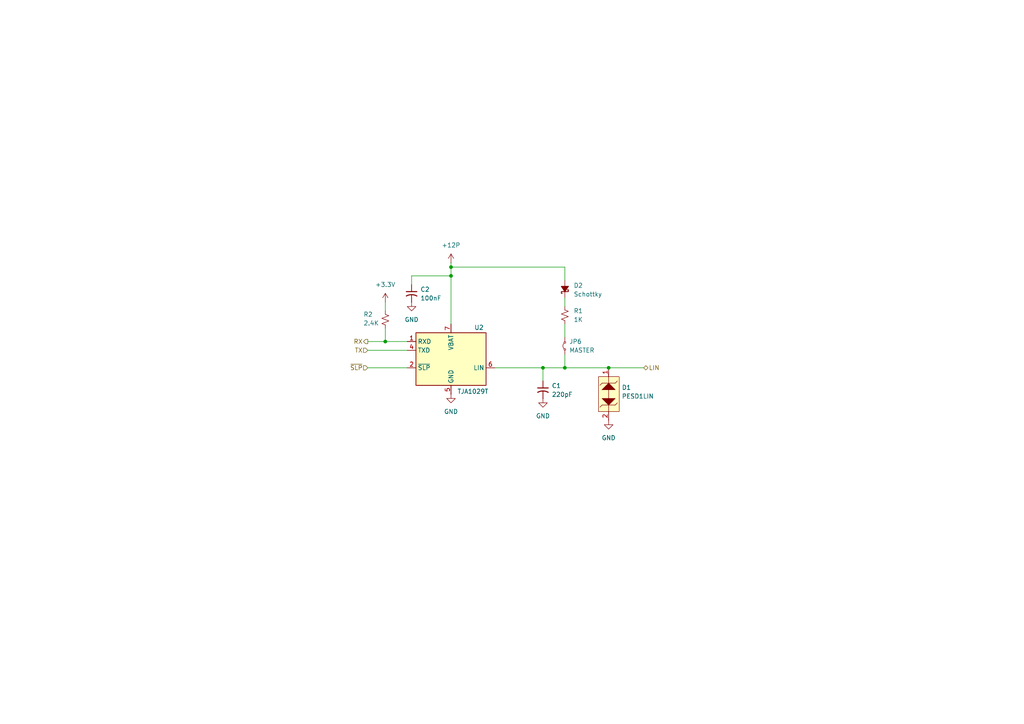
<source format=kicad_sch>
(kicad_sch (version 20250114) (generator "eeschema") (generator_version "9.0")
  (paper "A4")
  (title_block (title "LINBoard") (date "2025-07-11") (rev "V1") (company "Dingo Electronics") (comment 1 "Cory Grant"))
  (lib_symbols
    (symbol "Device:C_Small_US" (pin_numbers (hide yes)) (pin_names (offset 0.254) (hide yes))
      (property "Reference" "C" (at 0.254 1.778 0))
      (property "Value" "C_Small_US" (at 0.254 -2.032 0))
      (symbol "C_Small_US_0_1"
        (polyline (pts (xy -1.524 0.508) (xy 1.524 0.508)) (stroke (width 0.3048)))
        (arc (start -1.524 -0.762) (mid 0 -0.3734) (end 1.524 -0.762) (stroke (width 0.3048)))
      )
      (symbol "C_Small_US_1_1"
        (pin passive line (at 0 2.54 270) (length 2.032) (name "~") (number "1"))
        (pin passive line (at 0 -2.54 90) (length 2.032) (name "~") (number "2"))
      )
    )
    (symbol "Device:D_Schottky_Small_Filled" (pin_numbers (hide yes)) (pin_names (offset 0.254) (hide yes))
      (property "Reference" "D" (at -1.27 2.032 0))
      (property "Value" "D_Schottky_Small_Filled" (at -7.112 -2.032 0))
      (symbol "D_Schottky_Small_Filled_0_1"
        (polyline (pts (xy -1.27 0.762) (xy -1.27 1.016) (xy -0.762 1.016) (xy -0.762 -1.016) (xy -0.254 -1.016) (xy -0.254 -0.762)) (stroke (width 0.254)))
        (polyline (pts (xy -0.762 0) (xy 0.762 0)))
        (polyline (pts (xy 0.762 -1.016) (xy -0.762 0) (xy 0.762 1.016) (xy 0.762 -1.016)) (stroke (width 0.254)) (fill (type outline)))
      )
      (symbol "D_Schottky_Small_Filled_1_1"
        (pin passive line (at -2.54 0 0) (length 1.778) (name "K") (number "1"))
        (pin passive line (at 2.54 0 180) (length 1.778) (name "A") (number "2"))
      )
    )
    (symbol "Device:R_Small_US" (pin_numbers (hide yes)) (pin_names (offset 0.254) (hide yes))
      (property "Reference" "R" (at 0.762 0.508 0))
      (property "Value" "R_Small_US" (at 0.762 -1.016 0))
      (symbol "R_Small_US_1_1"
        (polyline (pts (xy 0 1.524) (xy 1.016 1.143) (xy 0 0.762) (xy -1.016 0.381) (xy 0 0)))
        (polyline (pts (xy 0 0) (xy 1.016 -0.381) (xy 0 -0.762) (xy -1.016 -1.143) (xy 0 -1.524)))
        (pin passive line (at 0 2.54 270) (length 1.016) (name "~") (number "1"))
        (pin passive line (at 0 -2.54 90) (length 1.016) (name "~") (number "2"))
      )
    )
    (symbol "Interface_CAN_LIN:TJA1029T"
      (property "Reference" "U" (at -10.16 8.89 0))
      (property "Value" "TJA1029T" (at 1.27 8.89 0))
      (symbol "TJA1029T_0_1"
        (rectangle (start -10.16 7.62) (end 10.16 -7.62) (stroke (width 0.254)) (fill (type background)))
      )
      (symbol "TJA1029T_1_1"
        (pin open_collector line (at -12.7 5.08 0) (length 2.54) (name "RXD") (number "1"))
        (pin input line (at -12.7 2.54 0) (length 2.54) (name "TXD") (number "4"))
        (pin input line (at -12.7 -2.54 0) (length 2.54) (name "~{SLP}") (number "2"))
        (pin no_connect line (at -10.16 -5.08 0) (length 2.54) (hide yes) (name "NC") (number "3"))
        (pin power_in line (at 0 10.16 270) (length 2.54) (name "VBAT") (number "7"))
        (pin power_in line (at 0 -10.16 90) (length 2.54) (name "GND") (number "5"))
        (pin no_connect line (at 10.16 2.54 180) (length 2.54) (hide yes) (name "NC") (number "8"))
        (pin bidirectional line (at 12.7 -2.54 180) (length 2.54) (name "LIN") (number "6"))
      )
    )
    (symbol "Jumper:Jumper_2_Small_Bridged" (pin_numbers (hide yes)) (pin_names (offset 0) (hide yes))
      (property "Reference" "JP" (at 0 2.032 0))
      (property "Value" "Jumper_2_Small_Bridged" (at 0 -2.286 0))
      (symbol "Jumper_2_Small_Bridged_0_0"
        (circle (center -1.016 0) (radius 0.254))
        (circle (center 1.016 0) (radius 0.254))
      )
      (symbol "Jumper_2_Small_Bridged_0_1"
        (arc (start -0.762 0.254) (mid 0 0.5696) (end 0.762 0.254))
      )
      (symbol "Jumper_2_Small_Bridged_1_1"
        (pin passive line (at -2.54 0 0) (length 1.27) (name "A") (number "1"))
        (pin passive line (at 2.54 0 180) (length 1.27) (name "B") (number "2"))
      )
    )
    (symbol "dk_TVS-Diodes:PESD1LIN"
      (property "Reference" "D" (at -3.556 4.572 0))
      (symbol "PESD1LIN_0_1"
        (rectangle (start -5.0292 3.048) (end 5.08 -2.9464) (fill (type background)))
        (polyline (pts (xy -3.175 1.905) (xy -3.81 2.54)))
        (polyline (pts (xy -3.175 1.905) (xy -3.175 -1.905)))
        (polyline (pts (xy -3.175 0) (xy -6.35 0)))
        (polyline (pts (xy -3.175 -1.905) (xy -2.54 -2.54)))
        (polyline (pts (xy -1.27 -1.905) (xy -1.27 1.905) (xy -3.175 0) (xy -1.27 -1.905)) (fill (type outline)))
        (polyline (pts (xy 1.27 1.905) (xy 1.27 -1.905) (xy 3.175 0) (xy 1.27 1.905)) (fill (type outline)))
        (polyline (pts (xy 2.54 0) (xy -2.54 0)))
        (polyline (pts (xy 2.54 0) (xy 5.08 0)))
        (polyline (pts (xy 3.175 1.905) (xy 2.54 2.54)))
        (polyline (pts (xy 3.175 1.905) (xy 3.175 -1.905)))
        (polyline (pts (xy 3.175 -1.905) (xy 3.81 -2.54)))
      )
      (symbol "PESD1LIN_1_1"
        (pin passive line (at -7.62 0 0) (length 2.54) (name "~") (number "1"))
        (pin passive line (at 7.62 0 180) (length 2.54) (name "~") (number "2"))
      )
    )
    (symbol "power:+12P" (power) (pin_numbers (hide yes)) (pin_names (offset 0) (hide yes))
      (property "Value" "+12P" (at 0 3.556 0))
      (symbol "+12P_0_1"
        (polyline (pts (xy -0.762 1.27) (xy 0 2.54)))
        (polyline (pts (xy 0 2.54) (xy 0.762 1.27)))
        (polyline (pts (xy 0 0) (xy 0 2.54)))
      )
      (symbol "+12P_1_1"
        (pin power_in line (at 0 0 90) (length 0) (name "~") (number "1"))
      )
    )
    (symbol "power:+3.3V" (power) (pin_numbers (hide yes)) (pin_names (offset 0) (hide yes))
      (property "Value" "+3.3V" (at 0 3.556 0))
      (symbol "+3.3V_0_1"
        (polyline (pts (xy -0.762 1.27) (xy 0 2.54)))
        (polyline (pts (xy 0 2.54) (xy 0.762 1.27)))
        (polyline (pts (xy 0 0) (xy 0 2.54)))
      )
      (symbol "+3.3V_1_1"
        (pin power_in line (at 0 0 90) (length 0) (name "~") (number "1"))
      )
    )
    (symbol "power:GND" (power) (pin_numbers (hide yes)) (pin_names (offset 0) (hide yes))
      (property "Value" "GND" (at 0 -3.81 0))
      (symbol "GND_0_1"
        (polyline (pts (xy 0 0) (xy 0 -1.27) (xy 1.27 -1.27) (xy 0 -2.54) (xy -1.27 -1.27) (xy 0 -1.27)))
      )
      (symbol "GND_1_1"
        (pin power_in line (at 0 0 270) (length 0) (name "~") (number "1"))
      )
    )
  )
  (junction (at 157.48 106.68))
  (junction (at 130.81 80.01))
  (junction (at 130.81 77.47))
  (junction (at 111.76 99.06))
  (junction (at 163.83 106.68))
  (junction (at 176.53 106.68))
  (wire (pts (xy 163.83 102.87) (xy 163.83 106.68)))
  (wire (pts (xy 130.81 77.47) (xy 130.81 80.01)))
  (wire (pts (xy 163.83 86.36) (xy 163.83 88.9)))
  (wire (pts (xy 106.68 106.68) (xy 118.11 106.68)))
  (wire (pts (xy 176.53 106.68) (xy 186.69 106.68)))
  (wire (pts (xy 119.38 80.01) (xy 130.81 80.01)))
  (wire (pts (xy 119.38 80.01) (xy 119.38 82.55)))
  (wire (pts (xy 163.83 106.68) (xy 176.53 106.68)))
  (wire (pts (xy 130.81 76.2) (xy 130.81 77.47)))
  (wire (pts (xy 130.81 80.01) (xy 130.81 93.98)))
  (wire (pts (xy 106.68 101.6) (xy 118.11 101.6)))
  (wire (pts (xy 157.48 106.68) (xy 157.48 110.49)))
  (wire (pts (xy 111.76 87.63) (xy 111.76 90.17)))
  (wire (pts (xy 163.83 93.98) (xy 163.83 97.79)))
  (wire (pts (xy 111.76 99.06) (xy 118.11 99.06)))
  (wire (pts (xy 111.76 95.25) (xy 111.76 99.06)))
  (wire (pts (xy 106.68 99.06) (xy 111.76 99.06)))
  (wire (pts (xy 143.51 106.68) (xy 157.48 106.68)))
  (wire (pts (xy 163.83 77.47) (xy 130.81 77.47)))
  (wire (pts (xy 163.83 81.28) (xy 163.83 77.47)))
  (wire (pts (xy 157.48 106.68) (xy 163.83 106.68)))
  (hierarchical_label "LIN" (shape bidirectional) (at 186.69 106.68 0))
  (hierarchical_label "TX" (shape input) (at 106.68 101.6 180))
  (hierarchical_label "RX" (shape output) (at 106.68 99.06 180))
  (hierarchical_label "~{SLP}" (shape input) (at 106.68 106.68 180))
  (symbol (lib_id "Jumper:Jumper_2_Small_Bridged") (at 163.83 100.33 90) (unit 1)
    (property "Reference" "JP6" (at 165.1 99.0599 90) (effects (justify right)))
    (property "Value" "MASTER" (at 165.1 101.5999 90) (effects (justify right)))
    (property "Footprint" "Jumper:SolderJumper-2_P1.3mm_Bridged_RoundedPad1.0x1.5mm" (effects (hide yes)))
    (property "Description" "Jumper, 2-pole, small symbol, bridged" (effects (hide yes)))
  )
  (symbol (lib_id "Interface_CAN_LIN:TJA1029T") (at 130.81 104.14 0) (unit 1)
    (property "Reference" "U2" (at 138.938 94.996 0))
    (property "Value" "TJA1029T" (at 137.16 113.538 0))
    (property "Footprint" "Package_SO:SOIC-8_3.9x4.9mm_P1.27mm" (effects (hide yes)))
    (property "Datasheet" "http://www.nxp.com/docs/en/data-sheet/TJA1029.pdf" (effects (hide yes)))
    (property "Description" "LIN 2.2A/SAE J2602 transceiver with TXD dominant timeout, SOIC-8" (effects (hide yes)))
  )
  (symbol (lib_id "power:+12P") (at 130.81 76.2 0) (unit 1)
    (property "Reference" "#PWR02" (effects (hide yes)))
    (property "Value" "+12P" (at 130.81 71.12 0))
    (property "Description" "Power symbol creates a global label with name \"+12P\"" (effects (hide yes)))
  )
  (symbol (lib_id "Device:R_Small_US") (at 111.76 92.71 0) (unit 1)
    (property "Reference" "R2" (at 105.41 91.186 0) (effects (justify left)))
    (property "Value" "2.4K" (at 105.41 93.726 0) (effects (justify left)))
    (property "Footprint" "Resistor_SMD:R_0402_1005Metric" (effects (hide yes)))
    (property "Description" "Resistor, small US symbol" (effects (hide yes)))
  )
  (symbol (lib_id "Device:C_Small_US") (at 119.38 85.09 0) (unit 1)
    (property "Reference" "C2" (at 121.92 83.9469 0) (effects (justify left)))
    (property "Value" "100nF" (at 121.92 86.4869 0) (effects (justify left)))
    (property "Footprint" "Capacitor_SMD:C_0402_1005Metric" (effects (hide yes)))
    (property "Description" "capacitor, small US symbol" (effects (hide yes)))
  )
  (symbol (lib_id "Device:C_Small_US") (at 157.48 113.03 0) (unit 1)
    (property "Reference" "C1" (at 160.02 111.8869 0) (effects (justify left)))
    (property "Value" "220pF" (at 160.02 114.4269 0) (effects (justify left)))
    (property "Footprint" "Capacitor_SMD:C_0402_1005Metric" (effects (hide yes)))
    (property "Description" "capacitor, small US symbol" (effects (hide yes)))
  )
  (symbol (lib_id "Device:R_Small_US") (at 163.83 91.44 0) (unit 1)
    (property "Reference" "R1" (at 166.37 90.1699 0) (effects (justify left)))
    (property "Value" "1K" (at 166.37 92.7099 0) (effects (justify left)))
    (property "Footprint" "Resistor_SMD:R_0402_1005Metric" (effects (hide yes)))
    (property "Description" "Resistor, small US symbol" (effects (hide yes)))
  )
  (symbol (lib_id "power:+3.3V") (at 111.76 87.63 0) (unit 1)
    (property "Reference" "#PWR06" (effects (hide yes)))
    (property "Value" "+3.3V" (at 111.76 82.55 0))
    (property "Description" "Power symbol creates a global label with name \"+3.3V\"" (effects (hide yes)))
  )
  (symbol (lib_id "dk_TVS-Diodes:PESD1LIN") (at 176.53 114.3 270) (unit 1)
    (property "Reference" "D1" (at 180.34 112.3949 90) (effects (justify left)))
    (property "Value" "PESD1LIN" (at 180.34 114.9349 90) (effects (justify left)))
    (property "Footprint" "Diode_SMD:D_SOD-323" (effects (hide yes)))
  )
  (symbol (lib_id "power:GND") (at 176.53 121.92 0) (unit 1)
    (property "Reference" "#PWR05" (effects (hide yes)))
    (property "Value" "GND" (at 176.53 127 0))
    (property "Description" "Power symbol creates a global label with name \"GND\" , ground" (effects (hide yes)))
  )
  (symbol (lib_id "power:GND") (at 119.38 87.63 0) (unit 1)
    (property "Reference" "#PWR04" (effects (hide yes)))
    (property "Value" "GND" (at 119.38 92.71 0))
    (property "Description" "Power symbol creates a global label with name \"GND\" , ground" (effects (hide yes)))
  )
  (symbol (lib_id "power:GND") (at 157.48 115.57 0) (unit 1)
    (property "Reference" "#PWR03" (effects (hide yes)))
    (property "Value" "GND" (at 157.48 120.65 0))
    (property "Description" "Power symbol creates a global label with name \"GND\" , ground" (effects (hide yes)))
  )
  (symbol (lib_id "Device:D_Schottky_Small_Filled") (at 163.83 83.82 90) (unit 1)
    (property "Reference" "D2" (at 166.37 82.8039 90) (effects (justify right)))
    (property "Value" "Schottky" (at 166.37 85.3439 90) (effects (justify right)))
    (property "Footprint" "Diode_SMD:D_SOD-123" (effects (hide yes)))
    (property "Description" "Schottky diode, small symbol, filled shape" (effects (hide yes)))
  )
  (symbol (lib_id "power:GND") (at 130.81 114.3 0) (unit 1)
    (property "Reference" "#PWR01" (effects (hide yes)))
    (property "Value" "GND" (at 130.81 119.38 0))
    (property "Description" "Power symbol creates a global label with name \"GND\" , ground" (effects (hide yes)))
  )
)
</source>
